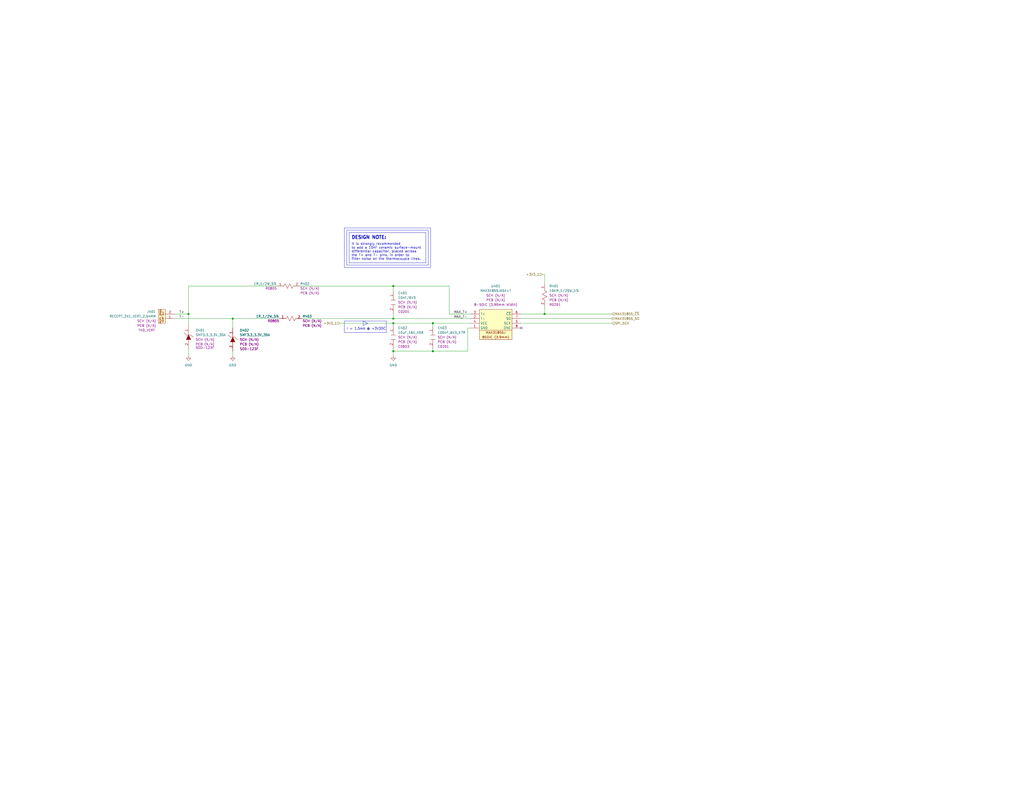
<source format=kicad_sch>
(kicad_sch (version 20230121) (generator eeschema)
  (paper "C")
  (title_block (title "Hot Plate") (date "09/15/2023") (rev "v1.0") (company "Mend0z0") (comment 1 "v1") (comment 2 "RELEASED") (comment 3 "Siavash Taher Parvar") (comment 8 "N/A"))
  (lib_symbols
    (symbol "_SCHLIB_HotPlate:CAP_100nF_6V3_X7R_C0201"
      (property "Reference" "C" (at 2.54 5.08 0))
      (property "Value" "100nF_6V3_X7R" (at 2.54 7.62 0))
      (property "SCH CHECK" "SCH (N/A)" (at 2.54 33.02 0))
      (property "Package" "C0201" (at 2.54 35.56 0))
      (property "PCB CHECk" "PCB (N/A)" (at 2.54 30.48 0))
      (symbol "CAP_100nF_6V3_X7R_C0201_0_0"
        (polyline (pts (xy 5.08 1.27) (xy 5.08 -1.27)))
        (polyline (pts (xy 7.62 1.27) (xy 7.62 -1.27)))
      )
      (symbol "CAP_100nF_6V3_X7R_C0201_1_1"
        (pin passive line (at 0 0 0) (length 5.08) (name "") (number "1"))
        (pin passive line (at 12.7 0 180) (length 5.08) (name "") (number "2"))
      )
    )
    (symbol "_SCHLIB_HotPlate:CAP_10nF_6V3_X7R_C0201"
      (property "Reference" "C" (at 2.54 3.81 0))
      (property "Value" "10nF{slash}6V3" (at 2.54 6.35 0))
      (property "SCH CHECK" "SCH (N/A)" (at 2.54 31.75 0))
      (property "Package" "C0201" (at 2.54 34.29 0))
      (property "PCB CHECk" "PCB (N/A)" (at 2.54 29.21 0))
      (symbol "CAP_10nF_6V3_X7R_C0201_0_0"
        (polyline (pts (xy 5.08 1.27) (xy 5.08 -1.27)))
        (polyline (pts (xy 7.62 1.27) (xy 7.62 -1.27)))
      )
      (symbol "CAP_10nF_6V3_X7R_C0201_1_1"
        (pin passive line (at 0 0 0) (length 5.08) (name "") (number "1"))
        (pin passive line (at 12.7 0 180) (length 5.08) (name "") (number "2"))
      )
    )
    (symbol "_SCHLIB_HotPlate:CAP_10uF_16V_X5R_C0603"
      (property "Reference" "C" (at 2.54 3.81 0))
      (property "Value" "10uF_16V_X5R" (at 2.54 6.35 0))
      (property "SCH CHECK" "SCH (N/A)" (at 2.54 31.75 0))
      (property "Package" "C0603" (at 2.54 34.29 0))
      (property "PCB CHECk" "PCB (N/A)" (at 2.54 29.21 0))
      (symbol "CAP_10uF_16V_X5R_C0603_0_0"
        (polyline (pts (xy 5.08 1.27) (xy 5.08 -1.27)))
        (polyline (pts (xy 7.62 1.27) (xy 7.62 -1.27)))
      )
      (symbol "CAP_10uF_16V_X5R_C0603_1_1"
        (pin passive line (at 0 0 0) (length 5.08) (name "") (number "1"))
        (pin passive line (at 12.7 0 180) (length 5.08) (name "") (number "2"))
      )
    )
    (symbol "_SCHLIB_HotPlate:CONN_RECEPT_2POS_VERT_2.54MM"
      (property "Reference" "J" (at 2.54 2.54 0))
      (property "Value" "RECEPT_2X1_VERT_2.54MM" (at 2.54 5.08 0))
      (property "SCH CHECK" "SCH (N/A)" (at 2.54 30.48 0))
      (property "Package" "THD_VERT" (at 2.54 33.02 0))
      (property "PCB CHECk" "PCB (N/A)" (at 2.54 27.94 0))
      (symbol "CONN_RECEPT_2POS_VERT_2.54MM_0_1"
        (rectangle (start 0 0) (end 3.81 -7.62) (fill (type background)))
      )
      (symbol "CONN_RECEPT_2POS_VERT_2.54MM_1_1"
        (text "RCPT 2POS\nVERT 0.1\"" (at 1.905 -3.81 900) (effects (font (size 0.889 0.889))))
        (pin passive line (at -5.08 -2.54 0) (length 5.08) (name "") (number "1"))
        (pin passive line (at -5.08 -5.08 0) (length 5.08) (name "") (number "2"))
      )
    )
    (symbol "_SCHLIB_HotPlate:DIODE_TVS_SMF3.3_3.3V_3.4V_30A(10/1000us)_SOD_123F"
      (property "Reference" "D" (at 2.54 5.08 0))
      (property "Value" "SMF3.3_3.3V_30A" (at 2.54 7.62 0))
      (property "SCH CHECK" "SCH (N/A)" (at 2.54 33.02 0))
      (property "Package" "SOD-123F" (at 2.54 35.56 0))
      (property "PCB CHECk" "PCB (N/A)" (at 2.54 30.48 0))
      (symbol "DIODE_TVS_SMF3.3_3.3V_3.4V_30A(10/1000us)_SOD_123F_0_1"
        (polyline (pts (xy 5.08 1.27) (xy 5.08 -1.27) (xy 7.62 0) (xy 5.08 1.27)) (fill (type outline)))
        (polyline (pts (xy 8.89 2.54) (xy 7.62 1.27) (xy 7.62 -1.27) (xy 6.35 -2.54)))
      )
      (symbol "DIODE_TVS_SMF3.3_3.3V_3.4V_30A(10/1000us)_SOD_123F_1_1"
        (pin passive line (at 12.7 0 180) (length 5.08) (name "") (number "1"))
        (pin passive line (at 0 0 0) (length 5.08) (name "") (number "2"))
      )
    )
    (symbol "_SCHLIB_HotPlate:IC_CONV_MAX31855JASA+T_THERMOCOUPLE_3.3V_8-SOIC"
      (property "Reference" "U" (at 2.54 2.54 0))
      (property "Value" "MAX31855JASA+T" (at 2.54 5.08 0))
      (property "SCH CHECK" "SCH (N/A)" (at 2.54 30.48 0))
      (property "Package" "8-SOIC (3.90mm Width)" (at 2.54 33.02 0))
      (property "PCB CHECk" "PCB (N/A)" (at 2.54 27.94 0))
      (symbol "IC_CONV_MAX31855JASA+T_THERMOCOUPLE_3.3V_8-SOIC_0_0"
        (text "8SOIC (3.9mm)" (at 8.89 -15.24 0) (effects (font (size 1.27 1.27))))
        (text "MAX31855J" (at 8.89 -12.7 0) (effects (font (size 1.27 1.27))))
      )
      (symbol "IC_CONV_MAX31855JASA+T_THERMOCOUPLE_3.3V_8-SOIC_0_1"
        (polyline (pts (xy 0 -11.43) (xy 17.78 -11.43)))
        (rectangle (start 0 0) (end 17.78 -16.51) (fill (type background)))
      )
      (symbol "IC_CONV_MAX31855JASA+T_THERMOCOUPLE_3.3V_8-SOIC_1_1"
        (pin passive line (at -5.08 -10.16 0) (length 5.08) (name "GND") (number "1"))
        (pin passive line (at -5.08 -5.08 0) (length 5.08) (name "T-") (number "2"))
        (pin passive line (at -5.08 -2.54 0) (length 5.08) (name "T+") (number "3"))
        (pin passive line (at -5.08 -7.62 0) (length 5.08) (name "VCC") (number "4"))
        (pin passive line (at 22.86 -7.62 180) (length 5.08) (name "SCK") (number "5"))
        (pin passive line (at 22.86 -2.54 180) (length 5.08) (name "~{CS}") (number "6"))
        (pin passive line (at 22.86 -5.08 180) (length 5.08) (name "SO") (number "7"))
        (pin passive line (at 22.86 -10.16 180) (length 5.08) (name "DNC") (number "8"))
      )
    )
    (symbol "_SCHLIB_HotPlate:RES_10KR_1/20W_1%_R0201"
      (property "Reference" "R" (at 2.54 5.08 0))
      (property "Value" "10KR_1/20W_1%" (at 2.54 7.62 0))
      (property "SCH CHECK" "SCH (N/A)" (at 2.54 33.02 0))
      (property "Package" "R0201" (at 2.54 35.56 0))
      (property "PCB CHECk" "PCB (N/A)" (at 2.54 30.48 0))
      (symbol "RES_10KR_1/20W_1%_R0201_0_0"
        (polyline (pts (xy 3.81 0) (xy 4.445 1.27) (xy 5.715 -1.27) (xy 6.985 1.27) (xy 8.255 -1.27) (xy 8.89 0)))
      )
      (symbol "RES_10KR_1/20W_1%_R0201_1_1"
        (pin passive line (at 0 0 0) (length 3.81) (name "") (number "1"))
        (pin passive line (at 12.7 0 180) (length 3.81) (name "") (number "2"))
      )
    )
    (symbol "_SCHLIB_HotPlate:RES_1R_1/2W_5%_R0805"
      (property "Reference" "R" (at 2.54 3.81 0))
      (property "Value" "1R_1/2W_5%" (at 2.54 6.35 0))
      (property "SCH CHECK" "SCH (N/A)" (at 2.54 31.75 0))
      (property "Package" "R0805" (at 2.54 34.29 0))
      (property "PCB CHECk" "PCB (N/A)" (at 2.54 29.21 0))
      (symbol "RES_1R_1/2W_5%_R0805_0_0"
        (polyline (pts (xy 3.81 0) (xy 4.445 1.27) (xy 5.715 -1.27) (xy 6.985 1.27) (xy 8.255 -1.27) (xy 8.89 0)))
      )
      (symbol "RES_1R_1/2W_5%_R0805_1_1"
        (pin passive line (at 0 0 0) (length 3.81) (name "") (number "1"))
        (pin passive line (at 12.7 0 180) (length 3.81) (name "") (number "2"))
      )
    )
    (symbol "power:GND" (power) (pin_names (offset 0))
      (property "Value" "GND" (at 0 -3.81 0))
      (symbol "GND_0_1"
        (polyline (pts (xy 0 0) (xy 0 -1.27) (xy 1.27 -1.27) (xy 0 -2.54) (xy -1.27 -1.27) (xy 0 -1.27)))
      )
      (symbol "GND_1_1"
        (pin power_in line (at 0 0 270) (length 0) hide (name "GND") (number "1"))
      )
    )
  )
  (junction (at 236.22 176.53))
  (junction (at 297.18 171.45))
  (junction (at 236.22 191.77))
  (junction (at 127 173.99))
  (junction (at 214.63 156.21))
  (junction (at 214.63 173.99))
  (junction (at 214.63 176.53))
  (junction (at 214.63 191.77))
  (junction (at 102.87 171.45))
  (no_connect (at 284.48 179.07))
  (wire (pts (xy 214.63 171.45) (xy 214.63 173.99)))
  (wire (pts (xy 284.48 173.99) (xy 334.01 173.99)))
  (wire (pts (xy 214.63 156.21) (xy 245.11 156.21)))
  (wire (pts (xy 214.63 176.53) (xy 214.63 177.8)))
  (wire (pts (xy 214.63 190.5) (xy 214.63 191.77)))
  (wire (pts (xy 214.63 156.21) (xy 214.63 158.75)))
  (wire (pts (xy 295.91 149.86) (xy 297.18 149.86)))
  (polyline (pts (xy 198.12 175.26) (xy 200.66 176.53)))
  (polyline (pts (xy 187.96 175.26) (xy 187.96 181.61)))
  (polyline (pts (xy 210.82 175.26) (xy 210.82 181.61)))
  (wire (pts (xy 127 173.99) (xy 127 179.07)))
  (wire (pts (xy 214.63 191.77) (xy 214.63 194.31)))
  (polyline (pts (xy 189.23 125.73) (xy 189.23 144.78)))
  (wire (pts (xy 245.11 171.45) (xy 256.54 171.45)))
  (wire (pts (xy 236.22 176.53) (xy 236.22 177.8)))
  (polyline (pts (xy 187.96 124.46) (xy 187.96 146.05)))
  (polyline (pts (xy 234.95 124.46) (xy 234.95 146.05)))
  (polyline (pts (xy 198.12 177.8) (xy 200.66 176.53)))
  (wire (pts (xy 214.63 176.53) (xy 236.22 176.53)))
  (wire (pts (xy 102.87 171.45) (xy 102.87 177.8)))
  (wire (pts (xy 102.87 156.21) (xy 151.13 156.21)))
  (wire (pts (xy 95.25 173.99) (xy 127 173.99)))
  (wire (pts (xy 284.48 171.45) (xy 297.18 171.45)))
  (wire (pts (xy 255.27 191.77) (xy 255.27 179.07)))
  (wire (pts (xy 297.18 149.86) (xy 297.18 154.94)))
  (wire (pts (xy 127 173.99) (xy 152.4 173.99)))
  (wire (pts (xy 236.22 176.53) (xy 256.54 176.53)))
  (wire (pts (xy 245.11 156.21) (xy 245.11 171.45)))
  (wire (pts (xy 102.87 171.45) (xy 95.25 171.45)))
  (wire (pts (xy 102.87 156.21) (xy 102.87 171.45)))
  (wire (pts (xy 297.18 171.45) (xy 334.01 171.45)))
  (polyline (pts (xy 233.68 125.73) (xy 233.68 144.78)))
  (polyline (pts (xy 189.23 125.73) (xy 233.68 125.73)))
  (wire (pts (xy 214.63 191.77) (xy 236.22 191.77)))
  (wire (pts (xy 185.42 176.53) (xy 214.63 176.53)))
  (wire (pts (xy 163.83 156.21) (xy 214.63 156.21)))
  (wire (pts (xy 297.18 171.45) (xy 297.18 167.64)))
  (wire (pts (xy 284.48 176.53) (xy 334.01 176.53)))
  (polyline (pts (xy 187.96 146.05) (xy 234.95 146.05)))
  (polyline (pts (xy 198.12 175.26) (xy 198.12 177.8)))
  (wire (pts (xy 127 191.77) (xy 127 194.31)))
  (wire (pts (xy 255.27 179.07) (xy 256.54 179.07)))
  (polyline (pts (xy 210.82 181.61) (xy 187.96 181.61)))
  (wire (pts (xy 165.1 173.99) (xy 214.63 173.99)))
  (wire (pts (xy 214.63 173.99) (xy 256.54 173.99)))
  (polyline (pts (xy 187.96 124.46) (xy 234.95 124.46)))
  (wire (pts (xy 236.22 191.77) (xy 255.27 191.77)))
  (wire (pts (xy 102.87 194.31) (xy 102.87 190.5)))
  (polyline (pts (xy 187.96 175.26) (xy 210.82 175.26)))
  (polyline (pts (xy 233.68 144.78) (xy 189.23 144.78)))
  (wire (pts (xy 236.22 190.5) (xy 236.22 191.77)))
  (rectangle (start 190.5 127) (end 232.41 143.51))
  (text "DESIGN NOTE:" (at 191.77 130.81 0) (effects (font (size 1.8 1.8) bold) (justify left bottom)))
  (text "I = 1.5mA @ +3V3DC" (at 189.23 180.34 0) (effects (font (size 1.27 1.27)) (justify left bottom)))
  (text "\nIt is strongly recommended \nto add a 10nF ceramic surface-mount\ndifferential capacitor, placed across\nthe T+ and T- pins, in order to \nfilter noise on the thermocouple lines.\n" (at 191.77 142.24 0) (effects (font (size 1.27 1.27)) (justify left bottom)))
  (label "MAX_T-" (at 247.65 173.99 0))
  (label "T+" (at 97.79 171.45 0))
  (label "T-" (at 97.79 173.99 0))
  (label "MAX_T+" (at 247.65 171.45 0))
  (hierarchical_label "+3V3_1" (shape input) (at 295.91 149.86 180))
  (hierarchical_label "MAX31855_~{CS}" (shape input) (at 334.01 171.45 0))
  (hierarchical_label "MAX31855_SO" (shape output) (at 334.01 173.99 0))
  (hierarchical_label "+3V3_1" (shape input) (at 185.42 176.53 180))
  (hierarchical_label "SPI_SCK" (shape input) (at 334.01 176.53 0))
  (symbol (lib_id "power:GND") (at 102.87 194.31 0) (unit 1)
    (property "Reference" "#PWR0401" (effects hide))
    (property "Value" "GND" (at 102.87 199.39 0))
  )
  (symbol (lib_id "_SCHLIB_HotPlate:CAP_10nF_6V3_X7R_C0201") (at 214.63 158.75 270) (unit 1)
    (property "Reference" "C401" (at 217.17 160.02 90) (effects (justify left)))
    (property "Value" "10nF/6V3" (at 217.17 162.56 90) (effects (justify left)))
    (property "Footprint" "Capacitor_SMD:C_0201_0603Metric" (effects hide))
    (property "Datasheet" "http://www.passivecomponent.com/wp-content/uploads/datasheet/WTC_MLCC_General_Purpose.pdf" (effects hide))
    (property "Description" "10000 pF ±10% 6.3V Ceramic Capacitor X7R 0201 (0603 Metric)" (effects hide))
    (property "Link" "https://www.digikey.ca/en/products/detail/walsin-technology-corporation/0201B103K6R3CT/9354618" (effects hide))
    (property "SCH CHECK" "SCH (N/A)" (at 217.17 165.1 90) (effects (justify left)))
    (property "Package" "C0201" (at 217.17 170.18 90) (effects (justify left)))
    (property "Part Number (Manufacturer)" "0201B103K6R3CT" (effects hide))
    (property "Manufacturer" "Walsin Technology Corporation" (effects hide))
    (property "Part Number (Vendor)" "1292-1120-2-ND" (effects hide))
    (property "Vendor" "Digikey" (effects hide))
    (property "PCB CHECk" "PCB (N/A)" (at 217.17 167.64 90) (effects (justify left)))
  )
  (symbol (lib_id "_SCHLIB_HotPlate:DIODE_TVS_SMF3.3_3.3V_3.4V_30A(10/1000us)_SOD_123F") (at 102.87 190.5 90) (unit 1)
    (property "Reference" "D401" (at 106.68 180.34 90) (effects (justify right)))
    (property "Value" "SMF3.3_3.3V_30A" (at 106.68 182.88 90) (effects (justify right)))
    (property "Footprint" "Diode_SMD:D_SOD-123F" (effects hide))
    (property "Datasheet" "https://www.littelfuse.com/media?resourcetype=datasheets&itemid=2e80cd26-b0c3-442f-9d77-27a283ccff4f&filename=littelfuse-tvs-diode-smf3-3-datasheet" (effects hide))
    (property "Description" "6.8V Clamp 30A Ipp Tvs Diode Surface Mount SOD-123F" (effects hide))
    (property "Link" "https://www.digikey.ca/en/products/detail/littelfuse-inc/SMF3-3/6189040" (effects hide))
    (property "SCH CHECK" "SCH (N/A)" (at 106.68 185.42 90) (effects (justify right)))
    (property "Part Number (Manufacturer)" "SMF3.3" (effects hide))
    (property "Package" "SOD-123F" (at 106.68 189.865 90) (effects (justify right)))
    (property "Manufacturer" "Littelfuse Inc." (effects hide))
    (property "Part Number (Vendor)" "F7701TR-ND" (effects hide))
    (property "Vendor" "Digikey" (effects hide))
    (property "PCB CHECk" "PCB (N/A)" (at 106.68 187.96 90) (effects (justify right)))
  )
  (symbol (lib_id "power:GND") (at 127 194.31 0) (unit 1)
    (property "Reference" "#PWR0402" (effects hide))
    (property "Value" "GND" (at 127 199.39 0))
  )
  (symbol (lib_id "_SCHLIB_HotPlate:RES_1R_1/2W_5%_R0805") (at 151.13 156.21 0) (unit 1)
    (property "Reference" "R402" (at 166.37 154.94 0))
    (property "Value" "1R_1/2W_5%" (at 138.43 154.94 0) (effects (justify left)))
    (property "Footprint" "Resistor_SMD:R_0805_2012Metric" (effects hide))
    (property "Datasheet" "https://www.koaspeer.com/pdfs/SG73P.pdf" (effects hide))
    (property "Description" "1 Ohms ±5% 0.5W, 1/2W Chip Resistor 0805 (2012 Metric) Automotive AEC-Q200, Pulse Withstanding Thick Film" (effects hide))
    (property "Link" "https://www.digikey.ca/en/products/detail/koa-speer-electronics-inc/SG73P2ATTD1R0J/10187130" (effects hide))
    (property "SCH CHECK" "SCH (N/A)" (at 163.83 157.48 0) (effects (justify left)))
    (property "Package" "R0805" (at 144.78 157.48 0) (effects (justify left)))
    (property "Part Number (Manufacturer)" "SG73P2ATTD1R0J" (effects hide))
    (property "Manufacturer" "KOA Speer Electronics, Inc." (effects hide))
    (property "Part Number (Vendor)" "2019-SG73P2ATTD1R0JTR-ND" (effects hide))
    (property "Vendor" "Digikey" (effects hide))
    (property "PCB CHECk" "PCB (N/A)" (at 163.83 160.02 0) (effects (justify left)))
  )
  (symbol (lib_id "_SCHLIB_HotPlate:RES_10KR_1/20W_1%_R0201") (at 297.18 154.94 270) (unit 1)
    (property "Reference" "R401" (at 299.72 156.21 90) (effects (justify left)))
    (property "Value" "10KR_1/20W_1%" (at 299.72 158.75 90) (effects (justify left)))
    (property "Footprint" "Resistor_SMD:R_0201_0603Metric" (effects hide))
    (property "Datasheet" "https://www.seielect.com/Catalog/SEI-RMCF_RMCP.pdf" (effects hide))
    (property "Description" "10 kOhms ±1% 0.05W, 1/20W Chip Resistor 0201 (0603 Metric) Thick Film" (effects hide))
    (property "Link" "https://www.digikey.ca/en/products/detail/stackpole-electronics-inc/RMCF0201FT10K0/1714990" (effects hide))
    (property "SCH CHECK" "SCH (N/A)" (at 299.72 161.29 90) (effects (justify left)))
    (property "Package" "R0201" (at 299.72 166.37 90) (effects (justify left)))
    (property "Part Number (Manufacturer)" "RMCF0201FT10K0" (effects hide))
    (property "Manufacturer" "Stackpole Electronics Inc" (effects hide))
    (property "Part Number (Vendor)" "RMCF0201FT10K0TR-ND" (effects hide))
    (property "Vendor" "Digikey" (effects hide))
    (property "PCB CHECk" "PCB (N/A)" (at 299.72 163.83 90) (effects (justify left)))
  )
  (symbol (lib_id "_SCHLIB_HotPlate:RES_1R_1/2W_5%_R0805") (at 152.4 173.99 0) (unit 1)
    (property "Reference" "R403" (at 167.64 172.72 0))
    (property "Value" "1R_1/2W_5%" (at 139.7 172.72 0) (effects (justify left)))
    (property "Footprint" "Resistor_SMD:R_0805_2012Metric" (effects hide))
    (property "Datasheet" "https://www.koaspeer.com/pdfs/SG73P.pdf" (effects hide))
    (property "Description" "1 Ohms ±5% 0.5W, 1/2W Chip Resistor 0805 (2012 Metric) Automotive AEC-Q200, Pulse Withstanding Thick Film" (effects hide))
    (property "Link" "https://www.digikey.ca/en/products/detail/koa-speer-electronics-inc/SG73P2ATTD1R0J/10187130" (effects hide))
    (property "SCH CHECK" "SCH (N/A)" (at 165.1 175.26 0) (effects (justify left)))
    (property "Package" "R0805" (at 146.05 175.26 0) (effects (justify left)))
    (property "Part Number (Manufacturer)" "SG73P2ATTD1R0J" (effects hide))
    (property "Manufacturer" "KOA Speer Electronics, Inc." (effects hide))
    (property "Part Number (Vendor)" "2019-SG73P2ATTD1R0JTR-ND" (effects hide))
    (property "Vendor" "Digikey" (effects hide))
    (property "PCB CHECk" "PCB (N/A)" (at 165.1 177.8 0) (effects (justify left)))
  )
  (symbol (lib_id "power:GND") (at 214.63 194.31 0) (unit 1)
    (property "Reference" "#PWR0403" (effects hide))
    (property "Value" "GND" (at 214.63 199.39 0))
  )
  (symbol (lib_id "_SCHLIB_HotPlate:DIODE_TVS_SMF3.3_3.3V_3.4V_30A(10/1000us)_SOD_123F") (at 127 191.77 90) (unit 1)
    (property "Reference" "D402" (at 130.81 180.34 90) (effects (justify right)))
    (property "Value" "SMF3.3_3.3V_30A" (at 130.81 182.88 90) (effects (justify right)))
    (property "Footprint" "Diode_SMD:D_SOD-123F" (effects hide))
    (property "Datasheet" "https://www.littelfuse.com/media?resourcetype=datasheets&itemid=2e80cd26-b0c3-442f-9d77-27a283ccff4f&filename=littelfuse-tvs-diode-smf3-3-datasheet" (effects hide))
    (property "Description" "6.8V Clamp 30A Ipp Tvs Diode Surface Mount SOD-123F" (effects hide))
    (property "Link" "https://www.digikey.ca/en/products/detail/littelfuse-inc/SMF3-3/6189040" (effects hide))
    (property "SCH CHECK" "SCH (N/A)" (at 130.81 185.42 90) (effects (justify right)))
    (property "Part Number (Manufacturer)" "SMF3.3" (effects hide))
    (property "Package" "SOD-123F" (at 130.81 190.5 90) (effects (justify right)))
    (property "Manufacturer" "Littelfuse Inc." (effects hide))
    (property "Part Number (Vendor)" "F7701TR-ND" (effects hide))
    (property "Vendor" "Digikey" (effects hide))
    (property "PCB CHECk" "PCB (N/A)" (at 130.81 187.96 90) (effects (justify right)))
  )
  (symbol (lib_id "_SCHLIB_HotPlate:IC_CONV_MAX31855JASA+T_THERMOCOUPLE_3.3V_8-SOIC") (at 261.62 168.91 0) (unit 1)
    (property "Reference" "U401" (at 270.51 156.21 0))
    (property "Value" "MAX31855JASA+T" (at 270.51 158.75 0))
    (property "Footprint" "Package_SO:SOIC-8_3.9x4.9mm_P1.27mm" (effects hide))
    (property "Datasheet" "https://www.analog.com/media/en/technical-documentation/data-sheets/max31855.pdf" (effects hide))
    (property "Description" "IC CONV THERMOCOUPLE-DGTL 8SOIC" (effects hide))
    (property "Link" "https://www.digikey.ca/en/products/detail/analog-devices-inc-maxim-integrated/MAX31855JASA-T/2754411" (effects hide))
    (property "SCH CHECK" "SCH (N/A)" (at 270.51 161.29 0))
    (property "Package" "8-SOIC (3.90mm Width)" (at 270.51 166.37 0))
    (property "Part Number (Manufacturer)" "MAX31855JASA+T" (effects hide))
    (property "Manufacturer" "Analog Devices Inc./Maxim Integrated" (effects hide))
    (property "Part Number (Vendor)" "MAX31855JASA+TTR-ND" (effects hide))
    (property "Vendor" "Digikey" (effects hide))
    (property "PCB CHECk" "PCB (N/A)" (at 270.51 163.83 0))
  )
  (symbol (lib_id "_SCHLIB_HotPlate:CONN_RECEPT_2POS_VERT_2.54MM") (at 90.17 176.53 180) (unit 1)
    (property "Reference" "J401" (at 82.55 170.18 0))
    (property "Value" "RECEPT_2X1_VERT_2.54MM" (at 72.39 172.72 0))
    (property "Footprint" "Connector_PinSocket_2.54mm:PinSocket_1x02_P2.54mm_Vertical" (effects hide))
    (property "Datasheet" "https://app.adam-tech.com/products/download/data_sheet/203013/rs1-xx-g-data-sheet.pdf" (effects hide))
    (property "Description" "2 Position Receptacle Connector 0.100\" (2.54mm) Through Hole Gold" (effects hide))
    (property "Link" "https://www.digikey.ca/en/products/detail/adam-tech/RS1-02-G/9832044" (effects hide))
    (property "SCH CHECK" "SCH (N/A)" (at 80.01 175.26 0))
    (property "Part Number (Manufacturer)" "RS1-02-G" (effects hide))
    (property "Package" "THD_VERT" (at 80.01 180.34 0))
    (property "Manufacturer" "Adam Tech" (effects hide))
    (property "Part Number (Vendor)" "2057-RS1-02-G-ND" (effects hide))
    (property "Vendor" "Digikey" (effects hide))
    (property "PCB CHECk" "PCB (N/A)" (at 80.01 177.8 0))
  )
  (symbol (lib_id "_SCHLIB_HotPlate:CAP_10uF_16V_X5R_C0603") (at 214.63 177.8 270) (unit 1)
    (property "Reference" "C402" (at 217.17 179.07 90) (effects (justify left)))
    (property "Value" "10uF_16V_X5R" (at 217.17 181.61 90) (effects (justify left)))
    (property "Footprint" "Capacitor_SMD:C_0603_1608Metric" (effects hide))
    (property "Datasheet" "https://search.murata.co.jp/Ceramy/image/img/A01X/G101/ENG/GRT188R61C106KE13-01.pdf" (effects hide))
    (property "Description" "10 µF ±10% 16V Ceramic Capacitor X5R 0603 (1608 Metric)" (effects hide))
    (property "Link" "https://www.digikey.ca/en/products/detail/murata-electronics/GRT188R61C106KE13J/13904802" (effects hide))
    (property "SCH CHECK" "SCH (N/A)" (at 217.17 184.15 90) (effects (justify left)))
    (property "Package" "C0603" (at 217.17 189.23 90) (effects (justify left)))
    (property "Part Number (Manufacturer)" "GRT188R61C106KE13J" (effects hide))
    (property "Manufacturer" "Murata Electronics" (effects hide))
    (property "Part Number (Vendor)" "490-GRT188R61C106KE13JTR-ND" (effects hide))
    (property "Vendor" "Digikey" (effects hide))
    (property "PCB CHECk" "PCB (N/A)" (at 217.17 186.69 90) (effects (justify left)))
  )
  (symbol (lib_id "_SCHLIB_HotPlate:CAP_100nF_6V3_X7R_C0201") (at 236.22 177.8 270) (unit 1)
    (property "Reference" "C403" (at 238.76 179.07 90) (effects (justify left)))
    (property "Value" "100nF_6V3_X7R" (at 238.76 181.61 90) (effects (justify left)))
    (property "Footprint" "Capacitor_SMD:C_0201_0603Metric" (effects hide))
    (property "Datasheet" "https://www.yageo.com/upload/media/product/productsearch/datasheet/mlcc/UPY-GPHC_X7R_6.3V-to-250V_22.pdf" (effects hide))
    (property "Description" "0.1 µF ±10% 6.3V Ceramic Capacitor X7R 0201 (0603 Metric)" (effects hide))
    (property "Link" "https://www.digikey.ca/en/products/detail/yageo/CC0201KRX7R5BB104/12698853" (effects hide))
    (property "SCH CHECK" "SCH (N/A)" (at 238.76 184.15 90) (effects (justify left)))
    (property "Package" "C0201" (at 238.76 189.23 90) (effects (justify left)))
    (property "Part Number (Manufacturer)" "CC0201KRX7R5BB104" (effects hide))
    (property "Manufacturer" "YAGEO" (effects hide))
    (property "Part Number (Vendor)" "13-CC0201KRX7R5BB104TR-ND" (effects hide))
    (property "Vendor" "Digikey" (effects hide))
    (property "PCB CHECk" "PCB (N/A)" (at 238.76 186.69 90) (effects (justify left)))
  )
)
</source>
